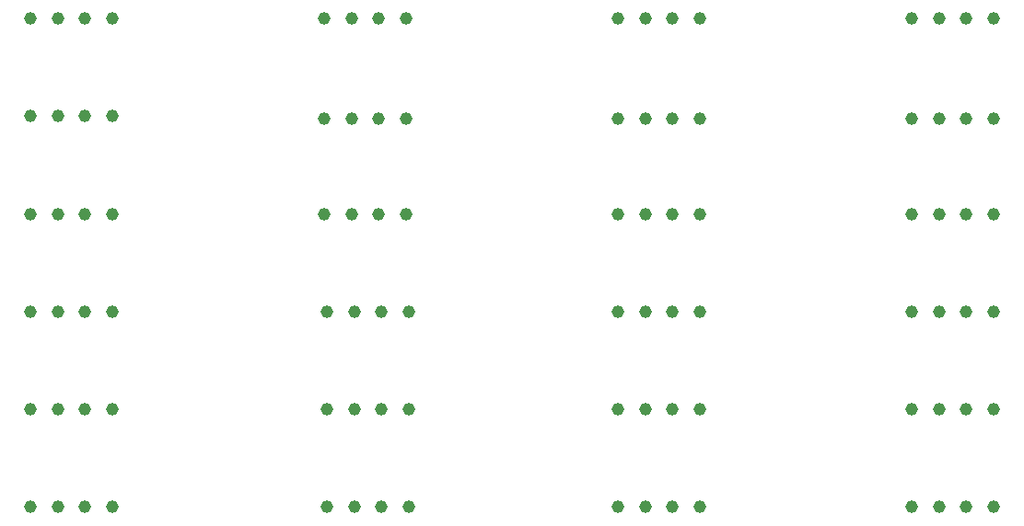
<source format=gbr>
%TF.GenerationSoftware,KiCad,Pcbnew,(7.0.0)*%
%TF.CreationDate,2023-04-04T09:59:10-04:00*%
%TF.ProjectId,bracket-led,62726163-6b65-4742-9d6c-65642e6b6963,A*%
%TF.SameCoordinates,Original*%
%TF.FileFunction,Soldermask,Bot*%
%TF.FilePolarity,Negative*%
%FSLAX46Y46*%
G04 Gerber Fmt 4.6, Leading zero omitted, Abs format (unit mm)*
G04 Created by KiCad (PCBNEW (7.0.0)) date 2023-04-04 09:59:10*
%MOMM*%
%LPD*%
G01*
G04 APERTURE LIST*
%ADD10C,1.168400*%
G04 APERTURE END LIST*
D10*
%TO.C,H2*%
X256519200Y-170677760D03*
X253979200Y-170677760D03*
%TD*%
%TO.C,H1*%
X261519200Y-170677760D03*
X258979200Y-170677760D03*
%TD*%
%TO.C,H2*%
X229519200Y-170677760D03*
X226979200Y-170677760D03*
%TD*%
%TO.C,H1*%
X234519200Y-170677760D03*
X231979200Y-170677760D03*
%TD*%
%TO.C,H2*%
X202719200Y-170677760D03*
X200179200Y-170677760D03*
%TD*%
%TO.C,H1*%
X207719200Y-170677760D03*
X205179200Y-170677760D03*
%TD*%
%TO.C,H2*%
X175519200Y-170677760D03*
X172979200Y-170677760D03*
%TD*%
%TO.C,H1*%
X180519200Y-170677760D03*
X177979200Y-170677760D03*
%TD*%
%TO.C,H2*%
X256519200Y-161677760D03*
X253979200Y-161677760D03*
%TD*%
%TO.C,H1*%
X261519200Y-161677760D03*
X258979200Y-161677760D03*
%TD*%
%TO.C,H2*%
X229519200Y-161677760D03*
X226979200Y-161677760D03*
%TD*%
%TO.C,H1*%
X234519200Y-161677760D03*
X231979200Y-161677760D03*
%TD*%
%TO.C,H2*%
X202719200Y-161677760D03*
X200179200Y-161677760D03*
%TD*%
%TO.C,H1*%
X207719200Y-161677760D03*
X205179200Y-161677760D03*
%TD*%
%TO.C,H2*%
X175519200Y-161677760D03*
X172979200Y-161677760D03*
%TD*%
%TO.C,H1*%
X180519200Y-161677760D03*
X177979200Y-161677760D03*
%TD*%
%TO.C,H2*%
X256519200Y-152677760D03*
X253979200Y-152677760D03*
%TD*%
%TO.C,H1*%
X261519200Y-152677760D03*
X258979200Y-152677760D03*
%TD*%
%TO.C,H2*%
X229519200Y-152677760D03*
X226979200Y-152677760D03*
%TD*%
%TO.C,H1*%
X234519200Y-152677760D03*
X231979200Y-152677760D03*
%TD*%
%TO.C,H2*%
X202719200Y-152677760D03*
X200179200Y-152677760D03*
%TD*%
%TO.C,H1*%
X207719200Y-152677760D03*
X205179200Y-152677760D03*
%TD*%
%TO.C,H2*%
X175519200Y-152677760D03*
X172979200Y-152677760D03*
%TD*%
%TO.C,H1*%
X180519200Y-152677760D03*
X177979200Y-152677760D03*
%TD*%
%TO.C,H2*%
X256519200Y-143677760D03*
X253979200Y-143677760D03*
%TD*%
%TO.C,H1*%
X261519200Y-143677760D03*
X258979200Y-143677760D03*
%TD*%
%TO.C,H2*%
X229519200Y-143677760D03*
X226979200Y-143677760D03*
%TD*%
%TO.C,H1*%
X234519200Y-143677760D03*
X231979200Y-143677760D03*
%TD*%
%TO.C,H2*%
X202519200Y-143677760D03*
X199979200Y-143677760D03*
%TD*%
%TO.C,H1*%
X207519200Y-143677760D03*
X204979200Y-143677760D03*
%TD*%
%TO.C,H2*%
X175519200Y-143677760D03*
X172979200Y-143677760D03*
%TD*%
%TO.C,H1*%
X180519200Y-143677760D03*
X177979200Y-143677760D03*
%TD*%
%TO.C,H2*%
X175519200Y-134677760D03*
X172979200Y-134677760D03*
%TD*%
%TO.C,H1*%
X180519200Y-134677760D03*
X177979200Y-134677760D03*
%TD*%
%TO.C,H2*%
X202519200Y-134877760D03*
X199979200Y-134877760D03*
%TD*%
%TO.C,H1*%
X207519200Y-134877760D03*
X204979200Y-134877760D03*
%TD*%
%TO.C,H2*%
X229519200Y-134877760D03*
X226979200Y-134877760D03*
%TD*%
%TO.C,H1*%
X234519200Y-134877760D03*
X231979200Y-134877760D03*
%TD*%
%TO.C,H2*%
X256519200Y-134877760D03*
X253979200Y-134877760D03*
%TD*%
%TO.C,H1*%
X261519200Y-134877760D03*
X258979200Y-134877760D03*
%TD*%
%TO.C,H2*%
X256519200Y-125677760D03*
X253979200Y-125677760D03*
%TD*%
%TO.C,H1*%
X261519200Y-125677760D03*
X258979200Y-125677760D03*
%TD*%
%TO.C,H2*%
X229519200Y-125677760D03*
X226979200Y-125677760D03*
%TD*%
%TO.C,H1*%
X234519200Y-125677760D03*
X231979200Y-125677760D03*
%TD*%
%TO.C,H2*%
X202519200Y-125677760D03*
X199979200Y-125677760D03*
%TD*%
%TO.C,H1*%
X207519200Y-125677760D03*
X204979200Y-125677760D03*
%TD*%
%TO.C,H1*%
X180519200Y-125677760D03*
X177979200Y-125677760D03*
%TD*%
%TO.C,H2*%
X175519200Y-125677760D03*
X172979200Y-125677760D03*
%TD*%
M02*

</source>
